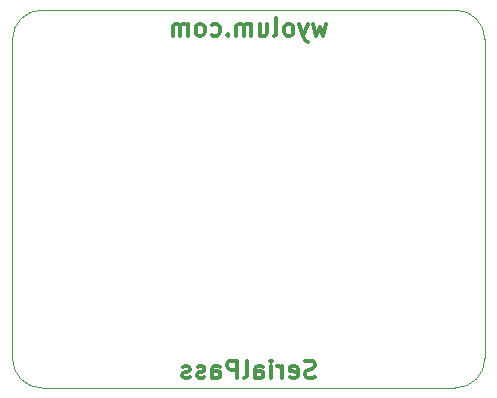
<source format=gbo>
G04 #@! TF.FileFunction,Legend,Bot*
%FSLAX46Y46*%
G04 Gerber Fmt 4.6, Leading zero omitted, Abs format (unit mm)*
G04 Created by KiCad (PCBNEW 0.201503050816+5478~22~ubuntu14.10.1-product) date Friday 13 March 2015 12:23:03 AM IST*
%MOMM*%
G01*
G04 APERTURE LIST*
%ADD10C,0.100000*%
%ADD11C,0.300000*%
%ADD12R,2.200000X1.700000*%
%ADD13O,2.200000X1.700000*%
%ADD14C,4.200000*%
%ADD15R,2.400000X1.400000*%
%ADD16O,2.400000X1.400000*%
G04 APERTURE END LIST*
D10*
X60000000Y-22500000D02*
X60000000Y-49500000D01*
X22500000Y-20000000D02*
X57500000Y-20000000D01*
X20000000Y-49500000D02*
X20000000Y-22500000D01*
X57500000Y-52000000D02*
X22500000Y-52000000D01*
X60000000Y-22500000D02*
G75*
G03X57500000Y-20000000I-2500000J0D01*
G01*
X57500000Y-52000000D02*
G75*
G03X60000000Y-49500000I0J2500000D01*
G01*
X20000000Y-49500000D02*
G75*
G03X22500000Y-52000000I2500000J0D01*
G01*
X22500000Y-20000000D02*
G75*
G03X20000000Y-22500000I0J-2500000D01*
G01*
D11*
X45607143Y-51107143D02*
X45392857Y-51178571D01*
X45035714Y-51178571D01*
X44892857Y-51107143D01*
X44821428Y-51035714D01*
X44750000Y-50892857D01*
X44750000Y-50750000D01*
X44821428Y-50607143D01*
X44892857Y-50535714D01*
X45035714Y-50464286D01*
X45321428Y-50392857D01*
X45464286Y-50321429D01*
X45535714Y-50250000D01*
X45607143Y-50107143D01*
X45607143Y-49964286D01*
X45535714Y-49821429D01*
X45464286Y-49750000D01*
X45321428Y-49678571D01*
X44964286Y-49678571D01*
X44750000Y-49750000D01*
X43535715Y-51107143D02*
X43678572Y-51178571D01*
X43964286Y-51178571D01*
X44107143Y-51107143D01*
X44178572Y-50964286D01*
X44178572Y-50392857D01*
X44107143Y-50250000D01*
X43964286Y-50178571D01*
X43678572Y-50178571D01*
X43535715Y-50250000D01*
X43464286Y-50392857D01*
X43464286Y-50535714D01*
X44178572Y-50678571D01*
X42821429Y-51178571D02*
X42821429Y-50178571D01*
X42821429Y-50464286D02*
X42750001Y-50321429D01*
X42678572Y-50250000D01*
X42535715Y-50178571D01*
X42392858Y-50178571D01*
X41892858Y-51178571D02*
X41892858Y-50178571D01*
X41892858Y-49678571D02*
X41964287Y-49750000D01*
X41892858Y-49821429D01*
X41821430Y-49750000D01*
X41892858Y-49678571D01*
X41892858Y-49821429D01*
X40535715Y-51178571D02*
X40535715Y-50392857D01*
X40607144Y-50250000D01*
X40750001Y-50178571D01*
X41035715Y-50178571D01*
X41178572Y-50250000D01*
X40535715Y-51107143D02*
X40678572Y-51178571D01*
X41035715Y-51178571D01*
X41178572Y-51107143D01*
X41250001Y-50964286D01*
X41250001Y-50821429D01*
X41178572Y-50678571D01*
X41035715Y-50607143D01*
X40678572Y-50607143D01*
X40535715Y-50535714D01*
X39607143Y-51178571D02*
X39750001Y-51107143D01*
X39821429Y-50964286D01*
X39821429Y-49678571D01*
X39035715Y-51178571D02*
X39035715Y-49678571D01*
X38464287Y-49678571D01*
X38321429Y-49750000D01*
X38250001Y-49821429D01*
X38178572Y-49964286D01*
X38178572Y-50178571D01*
X38250001Y-50321429D01*
X38321429Y-50392857D01*
X38464287Y-50464286D01*
X39035715Y-50464286D01*
X36892858Y-51178571D02*
X36892858Y-50392857D01*
X36964287Y-50250000D01*
X37107144Y-50178571D01*
X37392858Y-50178571D01*
X37535715Y-50250000D01*
X36892858Y-51107143D02*
X37035715Y-51178571D01*
X37392858Y-51178571D01*
X37535715Y-51107143D01*
X37607144Y-50964286D01*
X37607144Y-50821429D01*
X37535715Y-50678571D01*
X37392858Y-50607143D01*
X37035715Y-50607143D01*
X36892858Y-50535714D01*
X36250001Y-51107143D02*
X36107144Y-51178571D01*
X35821429Y-51178571D01*
X35678572Y-51107143D01*
X35607144Y-50964286D01*
X35607144Y-50892857D01*
X35678572Y-50750000D01*
X35821429Y-50678571D01*
X36035715Y-50678571D01*
X36178572Y-50607143D01*
X36250001Y-50464286D01*
X36250001Y-50392857D01*
X36178572Y-50250000D01*
X36035715Y-50178571D01*
X35821429Y-50178571D01*
X35678572Y-50250000D01*
X35035715Y-51107143D02*
X34892858Y-51178571D01*
X34607143Y-51178571D01*
X34464286Y-51107143D01*
X34392858Y-50964286D01*
X34392858Y-50892857D01*
X34464286Y-50750000D01*
X34607143Y-50678571D01*
X34821429Y-50678571D01*
X34964286Y-50607143D01*
X35035715Y-50464286D01*
X35035715Y-50392857D01*
X34964286Y-50250000D01*
X34821429Y-50178571D01*
X34607143Y-50178571D01*
X34464286Y-50250000D01*
X46571428Y-21178571D02*
X46285714Y-22178571D01*
X46000000Y-21464286D01*
X45714285Y-22178571D01*
X45428571Y-21178571D01*
X44999999Y-21178571D02*
X44642856Y-22178571D01*
X44285714Y-21178571D02*
X44642856Y-22178571D01*
X44785714Y-22535714D01*
X44857142Y-22607143D01*
X44999999Y-22678571D01*
X43499999Y-22178571D02*
X43642857Y-22107143D01*
X43714285Y-22035714D01*
X43785714Y-21892857D01*
X43785714Y-21464286D01*
X43714285Y-21321429D01*
X43642857Y-21250000D01*
X43499999Y-21178571D01*
X43285714Y-21178571D01*
X43142857Y-21250000D01*
X43071428Y-21321429D01*
X42999999Y-21464286D01*
X42999999Y-21892857D01*
X43071428Y-22035714D01*
X43142857Y-22107143D01*
X43285714Y-22178571D01*
X43499999Y-22178571D01*
X42142856Y-22178571D02*
X42285714Y-22107143D01*
X42357142Y-21964286D01*
X42357142Y-20678571D01*
X40928571Y-21178571D02*
X40928571Y-22178571D01*
X41571428Y-21178571D02*
X41571428Y-21964286D01*
X41500000Y-22107143D01*
X41357142Y-22178571D01*
X41142857Y-22178571D01*
X41000000Y-22107143D01*
X40928571Y-22035714D01*
X40214285Y-22178571D02*
X40214285Y-21178571D01*
X40214285Y-21321429D02*
X40142857Y-21250000D01*
X39999999Y-21178571D01*
X39785714Y-21178571D01*
X39642857Y-21250000D01*
X39571428Y-21392857D01*
X39571428Y-22178571D01*
X39571428Y-21392857D02*
X39499999Y-21250000D01*
X39357142Y-21178571D01*
X39142857Y-21178571D01*
X38999999Y-21250000D01*
X38928571Y-21392857D01*
X38928571Y-22178571D01*
X38214285Y-22035714D02*
X38142857Y-22107143D01*
X38214285Y-22178571D01*
X38285714Y-22107143D01*
X38214285Y-22035714D01*
X38214285Y-22178571D01*
X36857142Y-22107143D02*
X36999999Y-22178571D01*
X37285713Y-22178571D01*
X37428571Y-22107143D01*
X37499999Y-22035714D01*
X37571428Y-21892857D01*
X37571428Y-21464286D01*
X37499999Y-21321429D01*
X37428571Y-21250000D01*
X37285713Y-21178571D01*
X36999999Y-21178571D01*
X36857142Y-21250000D01*
X35999999Y-22178571D02*
X36142857Y-22107143D01*
X36214285Y-22035714D01*
X36285714Y-21892857D01*
X36285714Y-21464286D01*
X36214285Y-21321429D01*
X36142857Y-21250000D01*
X35999999Y-21178571D01*
X35785714Y-21178571D01*
X35642857Y-21250000D01*
X35571428Y-21321429D01*
X35499999Y-21464286D01*
X35499999Y-21892857D01*
X35571428Y-22035714D01*
X35642857Y-22107143D01*
X35785714Y-22178571D01*
X35999999Y-22178571D01*
X34857142Y-22178571D02*
X34857142Y-21178571D01*
X34857142Y-21321429D02*
X34785714Y-21250000D01*
X34642856Y-21178571D01*
X34428571Y-21178571D01*
X34285714Y-21250000D01*
X34214285Y-21392857D01*
X34214285Y-22178571D01*
X34214285Y-21392857D02*
X34142856Y-21250000D01*
X33999999Y-21178571D01*
X33785714Y-21178571D01*
X33642856Y-21250000D01*
X33571428Y-21392857D01*
X33571428Y-22178571D01*
%LPC*%
D12*
X40000000Y-46160000D03*
D13*
X40000000Y-43620000D03*
X40000000Y-41080000D03*
X40000000Y-38540000D03*
X40000000Y-36000000D03*
X40000000Y-33460000D03*
X40000000Y-30920000D03*
X40000000Y-28380000D03*
X40000000Y-25840000D03*
D14*
X29580000Y-48500000D03*
X29580000Y-23500000D03*
D15*
X31000000Y-41540000D03*
D16*
X31000000Y-38770000D03*
X31000000Y-36000000D03*
X31000000Y-33230000D03*
X31000000Y-30460000D03*
X28160000Y-31845000D03*
X28160000Y-34615000D03*
X28160000Y-37385000D03*
X28160000Y-40155000D03*
D14*
X50420000Y-23500000D03*
X50420000Y-48500000D03*
D16*
X49000000Y-30460000D03*
X49000000Y-33230000D03*
X49000000Y-36000000D03*
X49000000Y-38770000D03*
D15*
X49000000Y-41540000D03*
D16*
X51840000Y-40155000D03*
X51840000Y-37385000D03*
X51840000Y-34615000D03*
X51840000Y-31845000D03*
M02*

</source>
